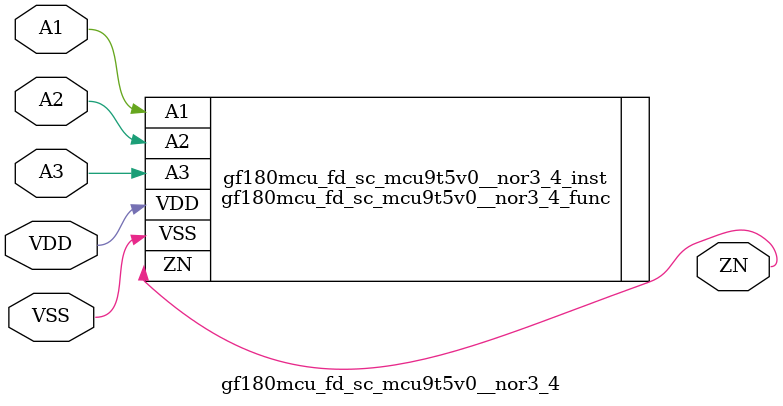
<source format=v>

module gf180mcu_fd_sc_mcu9t5v0__nor3_4( A2, ZN, A3, A1, VDD, VSS );
input A1, A2, A3;
inout VDD, VSS;
output ZN;

   `ifdef FUNCTIONAL  //  functional //

	gf180mcu_fd_sc_mcu9t5v0__nor3_4_func gf180mcu_fd_sc_mcu9t5v0__nor3_4_behav_inst(.A2(A2),.ZN(ZN),.A3(A3),.A1(A1),.VDD(VDD),.VSS(VSS));

   `else

	gf180mcu_fd_sc_mcu9t5v0__nor3_4_func gf180mcu_fd_sc_mcu9t5v0__nor3_4_inst(.A2(A2),.ZN(ZN),.A3(A3),.A1(A1),.VDD(VDD),.VSS(VSS));

	// spec_gates_begin


	// spec_gates_end



   specify

	// specify_block_begin

	// comb arc A1 --> ZN
	 (A1 => ZN) = (1.0,1.0);

	// comb arc A2 --> ZN
	 (A2 => ZN) = (1.0,1.0);

	// comb arc A3 --> ZN
	 (A3 => ZN) = (1.0,1.0);

	// specify_block_end

   endspecify

   `endif

endmodule

</source>
